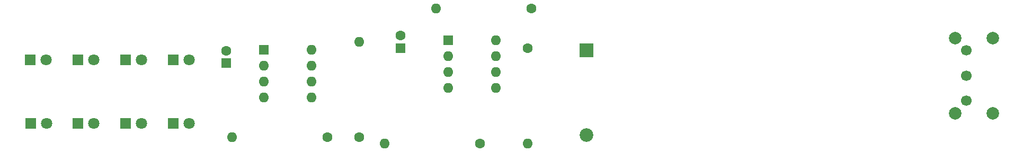
<source format=gbr>
%TF.GenerationSoftware,KiCad,Pcbnew,(6.0.11-0)*%
%TF.CreationDate,2023-01-30T23:51:33+08:00*%
%TF.ProjectId,led_stick,6c65645f-7374-4696-936b-2e6b69636164,rev?*%
%TF.SameCoordinates,Original*%
%TF.FileFunction,Copper,L1,Top*%
%TF.FilePolarity,Positive*%
%FSLAX46Y46*%
G04 Gerber Fmt 4.6, Leading zero omitted, Abs format (unit mm)*
G04 Created by KiCad (PCBNEW (6.0.11-0)) date 2023-01-30 23:51:33*
%MOMM*%
%LPD*%
G01*
G04 APERTURE LIST*
%TA.AperFunction,ComponentPad*%
%ADD10R,1.600000X1.600000*%
%TD*%
%TA.AperFunction,ComponentPad*%
%ADD11O,1.600000X1.600000*%
%TD*%
%TA.AperFunction,ComponentPad*%
%ADD12C,2.000000*%
%TD*%
%TA.AperFunction,ComponentPad*%
%ADD13C,1.700000*%
%TD*%
%TA.AperFunction,ComponentPad*%
%ADD14C,1.600000*%
%TD*%
%TA.AperFunction,ComponentPad*%
%ADD15R,1.800000X1.800000*%
%TD*%
%TA.AperFunction,ComponentPad*%
%ADD16C,1.800000*%
%TD*%
%TA.AperFunction,ComponentPad*%
%ADD17R,2.170000X2.170000*%
%TD*%
%TA.AperFunction,ComponentPad*%
%ADD18C,2.170000*%
%TD*%
G04 APERTURE END LIST*
D10*
%TO.P,U2,1,GND*%
%TO.N,GND*%
X77978000Y-94879000D03*
D11*
%TO.P,U2,2,TR*%
%TO.N,Net-(C2-Pad1)*%
X77978000Y-97419000D03*
%TO.P,U2,3,Q*%
%TO.N,Net-(D1-Pad1)*%
X77978000Y-99959000D03*
%TO.P,U2,4,R*%
%TO.N,VCC*%
X77978000Y-102499000D03*
%TO.P,U2,5,CV*%
%TO.N,unconnected-(U2-Pad5)*%
X85598000Y-102499000D03*
%TO.P,U2,6,THR*%
%TO.N,Net-(C2-Pad1)*%
X85598000Y-99959000D03*
%TO.P,U2,7,DIS*%
%TO.N,Net-(R3-Pad1)*%
X85598000Y-97419000D03*
%TO.P,U2,8,VCC*%
%TO.N,VCC*%
X85598000Y-94879000D03*
%TD*%
D10*
%TO.P,U1,1,GND*%
%TO.N,GND*%
X107442000Y-93355000D03*
D11*
%TO.P,U1,2,TR*%
%TO.N,Net-(C1-Pad1)*%
X107442000Y-95895000D03*
%TO.P,U1,3,Q*%
%TO.N,Net-(R5-Pad1)*%
X107442000Y-98435000D03*
%TO.P,U1,4,R*%
%TO.N,VCC*%
X107442000Y-100975000D03*
%TO.P,U1,5,CV*%
%TO.N,unconnected-(U1-Pad5)*%
X115062000Y-100975000D03*
%TO.P,U1,6,THR*%
%TO.N,Net-(C1-Pad1)*%
X115062000Y-98435000D03*
%TO.P,U1,7,DIS*%
%TO.N,Net-(R1-Pad1)*%
X115062000Y-95895000D03*
%TO.P,U1,8,VCC*%
%TO.N,VCC*%
X115062000Y-93355000D03*
%TD*%
D12*
%TO.P,SW1,*%
%TO.N,*%
X188497500Y-93017500D03*
X194497500Y-105017500D03*
X188497500Y-105017500D03*
X194497500Y-93017500D03*
D13*
%TO.P,SW1,1,A*%
%TO.N,Net-(BT1-Pad1)*%
X190247500Y-103017500D03*
%TO.P,SW1,2,B*%
%TO.N,VCC*%
X190247500Y-99017500D03*
%TO.P,SW1,3*%
%TO.N,N/C*%
X190247500Y-95017500D03*
%TD*%
D14*
%TO.P,R5,1*%
%TO.N,Net-(R5-Pad1)*%
X112522000Y-109855000D03*
D11*
%TO.P,R5,2*%
%TO.N,Net-(D1-Pad2)*%
X97282000Y-109855000D03*
%TD*%
D14*
%TO.P,R4,1*%
%TO.N,Net-(R3-Pad1)*%
X93218000Y-108839000D03*
D11*
%TO.P,R4,2*%
%TO.N,Net-(C2-Pad1)*%
X93218000Y-93599000D03*
%TD*%
D14*
%TO.P,R3,1*%
%TO.N,Net-(R3-Pad1)*%
X88138000Y-108839000D03*
D11*
%TO.P,R3,2*%
%TO.N,VCC*%
X72898000Y-108839000D03*
%TD*%
D14*
%TO.P,R2,1*%
%TO.N,Net-(R1-Pad1)*%
X120142000Y-94615000D03*
D11*
%TO.P,R2,2*%
%TO.N,Net-(C1-Pad1)*%
X120142000Y-109855000D03*
%TD*%
D14*
%TO.P,R1,1*%
%TO.N,Net-(R1-Pad1)*%
X120777000Y-88265000D03*
D11*
%TO.P,R1,2*%
%TO.N,VCC*%
X105537000Y-88265000D03*
%TD*%
D15*
%TO.P,D8,1,K*%
%TO.N,Net-(D1-Pad2)*%
X40767000Y-106680000D03*
D16*
%TO.P,D8,2,A*%
%TO.N,Net-(D1-Pad1)*%
X43307000Y-106680000D03*
%TD*%
D15*
%TO.P,D7,1,K*%
%TO.N,Net-(D1-Pad2)*%
X48260000Y-106680000D03*
D16*
%TO.P,D7,2,A*%
%TO.N,Net-(D1-Pad1)*%
X50800000Y-106680000D03*
%TD*%
D15*
%TO.P,D6,1,K*%
%TO.N,Net-(D1-Pad1)*%
X55880000Y-106680000D03*
D16*
%TO.P,D6,2,A*%
%TO.N,Net-(D1-Pad2)*%
X58420000Y-106680000D03*
%TD*%
D15*
%TO.P,D5,1,K*%
%TO.N,Net-(D1-Pad1)*%
X63500000Y-106680000D03*
D16*
%TO.P,D5,2,A*%
%TO.N,Net-(D1-Pad2)*%
X66040000Y-106680000D03*
%TD*%
D15*
%TO.P,D4,1,K*%
%TO.N,Net-(D1-Pad2)*%
X63500000Y-96520000D03*
D16*
%TO.P,D4,2,A*%
%TO.N,Net-(D1-Pad1)*%
X66040000Y-96520000D03*
%TD*%
D15*
%TO.P,D3,1,K*%
%TO.N,Net-(D1-Pad2)*%
X55880000Y-96520000D03*
D16*
%TO.P,D3,2,A*%
%TO.N,Net-(D1-Pad1)*%
X58420000Y-96520000D03*
%TD*%
D15*
%TO.P,D2,1,K*%
%TO.N,Net-(D1-Pad1)*%
X48260000Y-96520000D03*
D16*
%TO.P,D2,2,A*%
%TO.N,Net-(D1-Pad2)*%
X50800000Y-96520000D03*
%TD*%
D15*
%TO.P,D1,1,K*%
%TO.N,Net-(D1-Pad1)*%
X40640000Y-96520000D03*
D16*
%TO.P,D1,2,A*%
%TO.N,Net-(D1-Pad2)*%
X43180000Y-96520000D03*
%TD*%
D10*
%TO.P,C2,1*%
%TO.N,Net-(C2-Pad1)*%
X72013000Y-97043732D03*
D14*
%TO.P,C2,2*%
%TO.N,GND*%
X72013000Y-95043732D03*
%TD*%
D10*
%TO.P,C1,1*%
%TO.N,Net-(C1-Pad1)*%
X99822000Y-94615000D03*
D14*
%TO.P,C1,2*%
%TO.N,GND*%
X99822000Y-92615000D03*
%TD*%
D17*
%TO.P,BT1,1,+*%
%TO.N,Net-(BT1-Pad1)*%
X129540000Y-94960000D03*
D18*
%TO.P,BT1,2,-*%
%TO.N,GND*%
X129540000Y-108550000D03*
%TD*%
M02*

</source>
